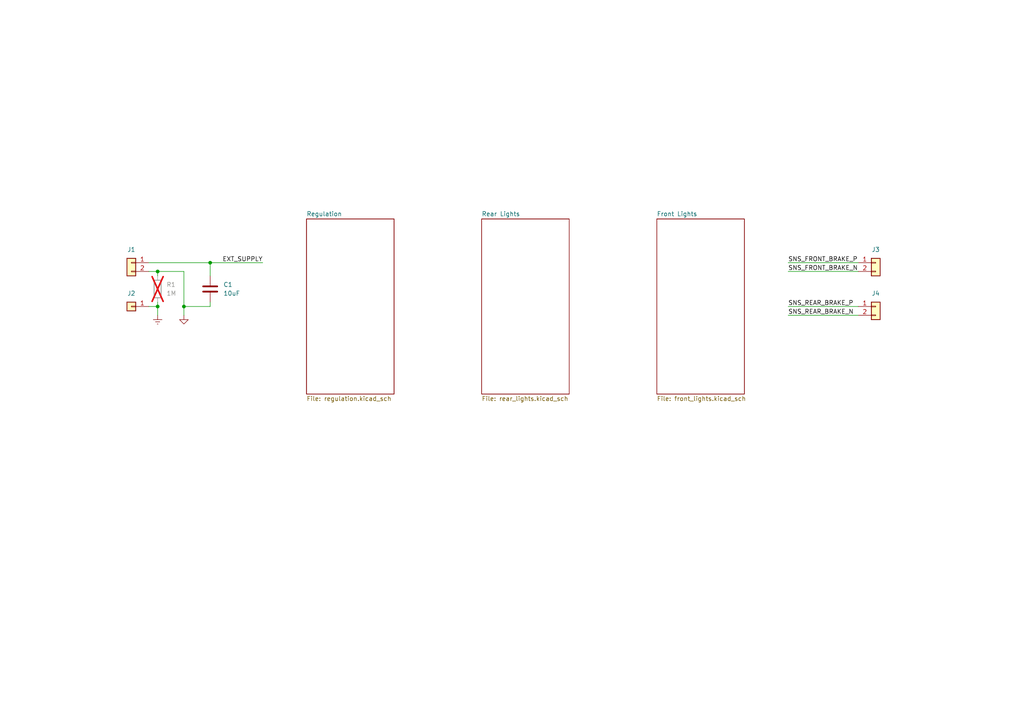
<source format=kicad_sch>
(kicad_sch (version 20230121) (generator eeschema)
  (paper "A4")
  (title_block (title "Bike Lights") (company "J. L. Hay"))
  (lib_symbols
    (symbol "Connector_Generic:Conn_01x01" (pin_names (offset 1.016) hide)
      (property "Reference" "J" (at 0 2.54 0))
      (property "Value" "Conn_01x01" (at 0 -2.54 0))
      (symbol "Conn_01x01_1_1"
        (rectangle (start -1.27 0.127) (end 0 -0.127) (stroke (width 0.1524)))
        (rectangle (start -1.27 1.27) (end 1.27 -1.27) (stroke (width 0.254)) (fill (type background)))
        (pin passive line (at -5.08 0 0) (length 3.81) (name "Pin_1") (number "1"))
      )
    )
    (symbol "Connector_Generic:Conn_01x02" (pin_names (offset 1.016) hide)
      (property "Reference" "J" (at 0 2.54 0))
      (property "Value" "Conn_01x02" (at 0 -5.08 0))
      (symbol "Conn_01x02_1_1"
        (rectangle (start -1.27 -2.413) (end 0 -2.667) (stroke (width 0.1524)))
        (rectangle (start -1.27 0.127) (end 0 -0.127) (stroke (width 0.1524)))
        (rectangle (start -1.27 1.27) (end 1.27 -3.81) (stroke (width 0.254)) (fill (type background)))
        (pin passive line (at -5.08 0 0) (length 3.81) (name "Pin_1") (number "1"))
        (pin passive line (at -5.08 -2.54 0) (length 3.81) (name "Pin_2") (number "2"))
      )
    )
    (symbol "Device:C" (pin_numbers hide) (pin_names (offset 0.254))
      (property "Reference" "C" (at 0.635 2.54 0))
      (property "Value" "C" (at 0.635 -2.54 0))
      (symbol "C_0_1"
        (polyline (pts (xy -2.032 -0.762) (xy 2.032 -0.762)) (stroke (width 0.508)))
        (polyline (pts (xy -2.032 0.762) (xy 2.032 0.762)) (stroke (width 0.508)))
      )
      (symbol "C_1_1"
        (pin passive line (at 0 3.81 270) (length 2.794) (name "~") (number "1"))
        (pin passive line (at 0 -3.81 90) (length 2.794) (name "~") (number "2"))
      )
    )
    (symbol "Device:R" (pin_numbers hide) (pin_names (offset 0))
      (property "Reference" "R" (at 2.032 0 90))
      (property "Value" "R" (at 0 0 90))
      (symbol "R_0_1"
        (rectangle (start -1.016 -2.54) (end 1.016 2.54) (stroke (width 0.254)))
      )
      (symbol "R_1_1"
        (pin passive line (at 0 3.81 270) (length 1.27) (name "~") (number "1"))
        (pin passive line (at 0 -3.81 90) (length 1.27) (name "~") (number "2"))
      )
    )
    (symbol "power:Earth" (power) (pin_names (offset 0))
      (symbol "Earth_0_1"
        (polyline (pts (xy -0.635 -1.905) (xy 0.635 -1.905)))
        (polyline (pts (xy -0.127 -2.54) (xy 0.127 -2.54)))
        (polyline (pts (xy 0 -1.27) (xy 0 0)))
        (polyline (pts (xy 1.27 -1.27) (xy -1.27 -1.27)))
      )
      (symbol "Earth_1_1"
        (pin power_in line (at 0 0 270) (length 0) hide (name "Earth") (number "1"))
      )
    )
    (symbol "power:GND" (power) (pin_names (offset 0))
      (property "Value" "GND" (at 0 -3.81 0))
      (symbol "GND_0_1"
        (polyline (pts (xy 0 0) (xy 0 -1.27) (xy 1.27 -1.27) (xy 0 -2.54) (xy -1.27 -1.27) (xy 0 -1.27)))
      )
      (symbol "GND_1_1"
        (pin power_in line (at 0 0 270) (length 0) hide (name "GND") (number "1"))
      )
    )
  )
  (junction (at 45.72 78.74))
  (junction (at 60.96 76.2))
  (junction (at 45.72 88.9))
  (junction (at 53.34 88.9))
  (wire (pts (xy 45.72 78.74) (xy 43.18 78.74)))
  (wire (pts (xy 45.72 78.74) (xy 45.72 80.01)))
  (wire (pts (xy 228.6 88.9) (xy 248.92 88.9)))
  (wire (pts (xy 53.34 91.44) (xy 53.34 88.9)))
  (wire (pts (xy 60.96 88.9) (xy 53.34 88.9)))
  (wire (pts (xy 53.34 78.74) (xy 45.72 78.74)))
  (wire (pts (xy 228.6 91.44) (xy 248.92 91.44)))
  (wire (pts (xy 53.34 88.9) (xy 53.34 78.74)))
  (wire (pts (xy 45.72 87.63) (xy 45.72 88.9)))
  (wire (pts (xy 60.96 87.63) (xy 60.96 88.9)))
  (wire (pts (xy 60.96 76.2) (xy 60.96 80.01)))
  (wire (pts (xy 43.18 76.2) (xy 60.96 76.2)))
  (wire (pts (xy 228.6 76.2) (xy 248.92 76.2)))
  (wire (pts (xy 60.96 76.2) (xy 76.2 76.2)))
  (wire (pts (xy 45.72 91.44) (xy 45.72 88.9)))
  (wire (pts (xy 45.72 88.9) (xy 43.18 88.9)))
  (wire (pts (xy 228.6 78.74) (xy 248.92 78.74)))
  (label "EXT_SUPPLY" (at 76.2 76.2 180))
  (label "SNS_REAR_BRAKE_P" (at 228.6 88.9 0))
  (label "SNS_REAR_BRAKE_N" (at 228.6 91.44 0))
  (label "SNS_FRONT_BRAKE_P" (at 228.6 76.2 0))
  (label "SNS_FRONT_BRAKE_N" (at 228.6 78.74 0))
  (symbol (lib_id "power:Earth") (at 45.72 91.44 0) (unit 1)
    (property "Reference" "#PWR02" (effects hide))
    (property "Value" "Earth" (effects hide))
  )
  (symbol (lib_id "Device:R") (at 45.72 83.82 0) (unit 1) (dnp yes)
    (property "Reference" "R1" (at 48.26 82.55 0) (effects (justify left)))
    (property "Value" "1M" (at 48.26 85.09 0) (effects (justify left)))
    (property "Footprint" "Resistor_SMD:R_0603_1608Metric" (effects hide))
  )
  (symbol (lib_id "Connector_Generic:Conn_01x02") (at 254 88.9 0) (unit 1)
    (property "Reference" "J4" (at 254 85.09 0))
    (property "Value" "Conn_01x02" (effects hide))
  )
  (symbol (lib_id "power:GND") (at 53.34 91.44 0) (unit 1)
    (property "Reference" "#PWR01" (effects hide))
    (property "Value" "GND" (effects hide))
  )
  (symbol (lib_id "Connector_Generic:Conn_01x02") (at 38.1 76.2 0) (mirror y) (unit 1)
    (property "Reference" "J1" (at 38.1 72.39 0))
    (property "Value" "Conn_01x02" (effects hide))
  )
  (symbol (lib_id "Device:C") (at 60.96 83.82 0) (unit 1)
    (property "Reference" "C1" (at 64.77 82.55 0) (effects (justify left)))
    (property "Value" "10uF" (at 64.77 85.09 0) (effects (justify left)))
  )
  (symbol (lib_id "Connector_Generic:Conn_01x01") (at 38.1 88.9 180) (unit 1)
    (property "Reference" "J2" (at 38.1 85.09 0))
    (property "Value" "Conn_01x01" (effects hide))
  )
  (symbol (lib_id "Connector_Generic:Conn_01x02") (at 254 76.2 0) (unit 1)
    (property "Reference" "J3" (at 254 72.39 0))
    (property "Value" "Conn_01x02" (effects hide))
  )
  (sheet (at 190.5 63.5) (size 25.4 50.8) (stroke (width 0.1524))
    (property "Sheetname" "Front Lights" (at 190.5 62.7884 0) (effects (justify left bottom)))
    (property "Sheetfile" "front_lights.kicad_sch" (at 190.5 114.8846 0) (effects (justify left top)))
  )
  (sheet (at 139.7 63.5) (size 25.4 50.8) (stroke (width 0.1524))
    (property "Sheetname" "Rear Lights" (at 139.7 62.7884 0) (effects (justify left bottom)))
    (property "Sheetfile" "rear_lights.kicad_sch" (at 139.7 114.8846 0) (effects (justify left top)))
  )
  (sheet (at 88.9 63.5) (size 25.4 50.8) (stroke (width 0.1524))
    (property "Sheetname" "Regulation" (at 88.9 62.7884 0) (effects (justify left bottom)))
    (property "Sheetfile" "regulation.kicad_sch" (at 88.9 114.8846 0) (effects (justify left top)))
  )
)
</source>
